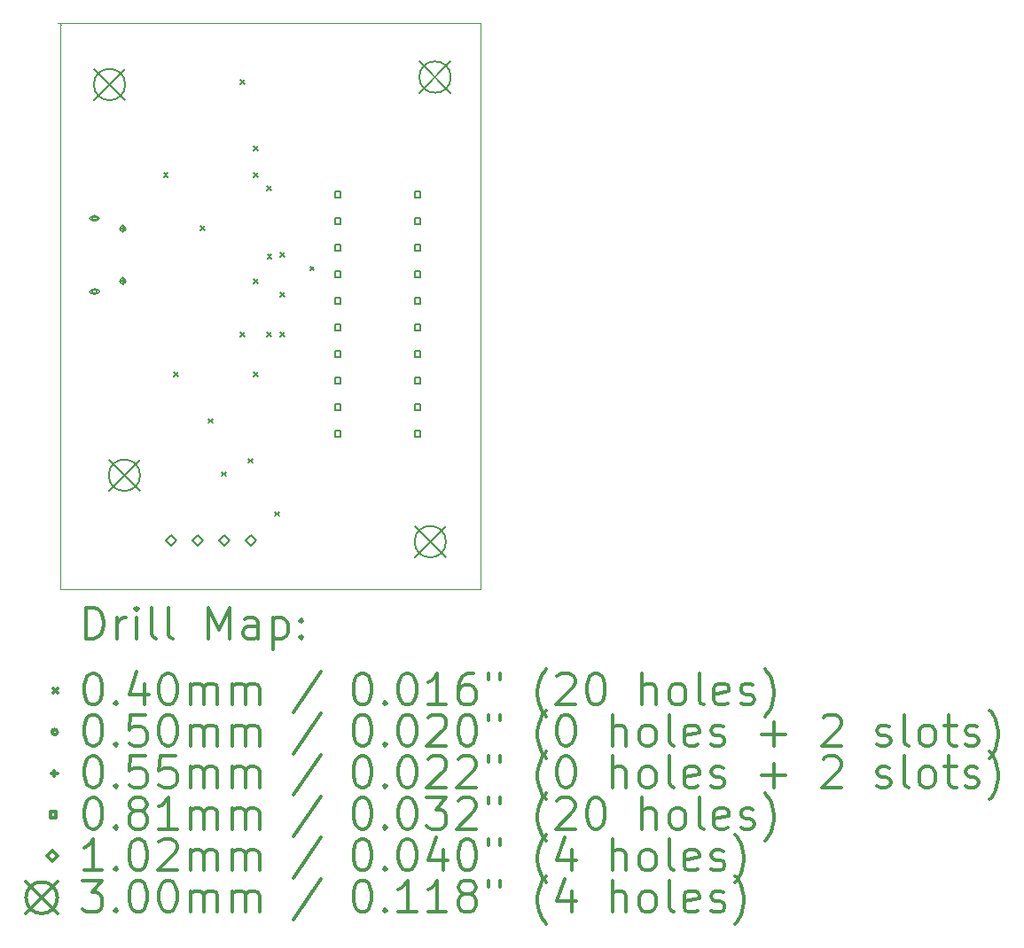
<source format=gbr>
%FSLAX45Y45*%
G04 Gerber Fmt 4.5, Leading zero omitted, Abs format (unit mm)*
G04 Created by KiCad (PCBNEW (2015-07-31 BZR 6030)-product) date Fri Sep 11 12:39:23 2015*
%MOMM*%
G01*
G04 APERTURE LIST*
%ADD10C,0.127000*%
%ADD11C,0.100000*%
%ADD12C,0.200000*%
%ADD13C,0.300000*%
G04 APERTURE END LIST*
D10*
D11*
X10322560Y-5796280D02*
X10332720Y-5806440D01*
X10322560Y-11201400D02*
X10322560Y-5796280D01*
X14340840Y-11201400D02*
X10322560Y-11201400D01*
X14340840Y-5786120D02*
X14340840Y-11201400D01*
X10302240Y-5786120D02*
X14340840Y-5786120D01*
D12*
X11312568Y-7219000D02*
X11352568Y-7259000D01*
X11352568Y-7219000D02*
X11312568Y-7259000D01*
X11410000Y-9124000D02*
X11450000Y-9164000D01*
X11450000Y-9124000D02*
X11410000Y-9164000D01*
X11664000Y-7727000D02*
X11704000Y-7767000D01*
X11704000Y-7727000D02*
X11664000Y-7767000D01*
X11742740Y-9568500D02*
X11782740Y-9608500D01*
X11782740Y-9568500D02*
X11742740Y-9608500D01*
X11869740Y-10076500D02*
X11909740Y-10116500D01*
X11909740Y-10076500D02*
X11869740Y-10116500D01*
X12045000Y-6330000D02*
X12085000Y-6370000D01*
X12085000Y-6330000D02*
X12045000Y-6370000D01*
X12045000Y-8743000D02*
X12085000Y-8783000D01*
X12085000Y-8743000D02*
X12045000Y-8783000D01*
X12123740Y-9949500D02*
X12163740Y-9989500D01*
X12163740Y-9949500D02*
X12123740Y-9989500D01*
X12172000Y-6965000D02*
X12212000Y-7005000D01*
X12212000Y-6965000D02*
X12172000Y-7005000D01*
X12172000Y-7219000D02*
X12212000Y-7259000D01*
X12212000Y-7219000D02*
X12172000Y-7259000D01*
X12172000Y-8235000D02*
X12212000Y-8275000D01*
X12212000Y-8235000D02*
X12172000Y-8275000D01*
X12172000Y-9124000D02*
X12212000Y-9164000D01*
X12212000Y-9124000D02*
X12172000Y-9164000D01*
X12299000Y-7346000D02*
X12339000Y-7386000D01*
X12339000Y-7346000D02*
X12299000Y-7386000D01*
X12299000Y-8743000D02*
X12339000Y-8783000D01*
X12339000Y-8743000D02*
X12299000Y-8783000D01*
X12304080Y-8001320D02*
X12344080Y-8041320D01*
X12344080Y-8001320D02*
X12304080Y-8041320D01*
X12377740Y-10457500D02*
X12417740Y-10497500D01*
X12417740Y-10457500D02*
X12377740Y-10497500D01*
X12426000Y-7981000D02*
X12466000Y-8021000D01*
X12466000Y-7981000D02*
X12426000Y-8021000D01*
X12426000Y-8362000D02*
X12466000Y-8402000D01*
X12466000Y-8362000D02*
X12426000Y-8402000D01*
X12426000Y-8743000D02*
X12466000Y-8783000D01*
X12466000Y-8743000D02*
X12426000Y-8783000D01*
X12710480Y-8113080D02*
X12750480Y-8153080D01*
X12750480Y-8113080D02*
X12710480Y-8153080D01*
X10677000Y-7654000D02*
G75*
G03X10677000Y-7654000I-25000J0D01*
G01*
X10619500Y-7669000D02*
X10684500Y-7669000D01*
X10619500Y-7639000D02*
X10684500Y-7639000D01*
X10684500Y-7669000D02*
G75*
G03X10684500Y-7639000I0J15000D01*
G01*
X10619500Y-7639000D02*
G75*
G03X10619500Y-7669000I0J-15000D01*
G01*
X10677000Y-8354000D02*
G75*
G03X10677000Y-8354000I-25000J0D01*
G01*
X10619500Y-8369000D02*
X10684500Y-8369000D01*
X10619500Y-8339000D02*
X10684500Y-8339000D01*
X10684500Y-8369000D02*
G75*
G03X10684500Y-8339000I0J15000D01*
G01*
X10619500Y-8339000D02*
G75*
G03X10619500Y-8369000I0J-15000D01*
G01*
X10922000Y-7726500D02*
X10922000Y-7781500D01*
X10894500Y-7754000D02*
X10949500Y-7754000D01*
X10904500Y-7739000D02*
X10904500Y-7769000D01*
X10939500Y-7739000D02*
X10939500Y-7769000D01*
X10904500Y-7769000D02*
G75*
G03X10939500Y-7769000I17500J0D01*
G01*
X10939500Y-7739000D02*
G75*
G03X10904500Y-7739000I-17500J0D01*
G01*
X10922000Y-8226500D02*
X10922000Y-8281500D01*
X10894500Y-8254000D02*
X10949500Y-8254000D01*
X10904500Y-8239000D02*
X10904500Y-8269000D01*
X10939500Y-8239000D02*
X10939500Y-8269000D01*
X10904500Y-8269000D02*
G75*
G03X10939500Y-8269000I17500J0D01*
G01*
X10939500Y-8239000D02*
G75*
G03X10904500Y-8239000I-17500J0D01*
G01*
X13003057Y-7455697D02*
X13003057Y-7398223D01*
X12945583Y-7398223D01*
X12945583Y-7455697D01*
X13003057Y-7455697D01*
X13003057Y-7709697D02*
X13003057Y-7652223D01*
X12945583Y-7652223D01*
X12945583Y-7709697D01*
X13003057Y-7709697D01*
X13003057Y-7963697D02*
X13003057Y-7906223D01*
X12945583Y-7906223D01*
X12945583Y-7963697D01*
X13003057Y-7963697D01*
X13003057Y-8217697D02*
X13003057Y-8160223D01*
X12945583Y-8160223D01*
X12945583Y-8217697D01*
X13003057Y-8217697D01*
X13003057Y-8471697D02*
X13003057Y-8414223D01*
X12945583Y-8414223D01*
X12945583Y-8471697D01*
X13003057Y-8471697D01*
X13003057Y-8725697D02*
X13003057Y-8668223D01*
X12945583Y-8668223D01*
X12945583Y-8725697D01*
X13003057Y-8725697D01*
X13003057Y-8979697D02*
X13003057Y-8922223D01*
X12945583Y-8922223D01*
X12945583Y-8979697D01*
X13003057Y-8979697D01*
X13003057Y-9233697D02*
X13003057Y-9176223D01*
X12945583Y-9176223D01*
X12945583Y-9233697D01*
X13003057Y-9233697D01*
X13003057Y-9487697D02*
X13003057Y-9430223D01*
X12945583Y-9430223D01*
X12945583Y-9487697D01*
X13003057Y-9487697D01*
X13003057Y-9741697D02*
X13003057Y-9684223D01*
X12945583Y-9684223D01*
X12945583Y-9741697D01*
X13003057Y-9741697D01*
X13765057Y-7455697D02*
X13765057Y-7398223D01*
X13707583Y-7398223D01*
X13707583Y-7455697D01*
X13765057Y-7455697D01*
X13765057Y-7709697D02*
X13765057Y-7652223D01*
X13707583Y-7652223D01*
X13707583Y-7709697D01*
X13765057Y-7709697D01*
X13765057Y-7963697D02*
X13765057Y-7906223D01*
X13707583Y-7906223D01*
X13707583Y-7963697D01*
X13765057Y-7963697D01*
X13765057Y-8217697D02*
X13765057Y-8160223D01*
X13707583Y-8160223D01*
X13707583Y-8217697D01*
X13765057Y-8217697D01*
X13765057Y-8471697D02*
X13765057Y-8414223D01*
X13707583Y-8414223D01*
X13707583Y-8471697D01*
X13765057Y-8471697D01*
X13765057Y-8725697D02*
X13765057Y-8668223D01*
X13707583Y-8668223D01*
X13707583Y-8725697D01*
X13765057Y-8725697D01*
X13765057Y-8979697D02*
X13765057Y-8922223D01*
X13707583Y-8922223D01*
X13707583Y-8979697D01*
X13765057Y-8979697D01*
X13765057Y-9233697D02*
X13765057Y-9176223D01*
X13707583Y-9176223D01*
X13707583Y-9233697D01*
X13765057Y-9233697D01*
X13765057Y-9487697D02*
X13765057Y-9430223D01*
X13707583Y-9430223D01*
X13707583Y-9487697D01*
X13765057Y-9487697D01*
X13765057Y-9741697D02*
X13765057Y-9684223D01*
X13707583Y-9684223D01*
X13707583Y-9741697D01*
X13765057Y-9741697D01*
X11381740Y-10782300D02*
X11432540Y-10731500D01*
X11381740Y-10680700D01*
X11330940Y-10731500D01*
X11381740Y-10782300D01*
X11635740Y-10782300D02*
X11686540Y-10731500D01*
X11635740Y-10680700D01*
X11584940Y-10731500D01*
X11635740Y-10782300D01*
X11889740Y-10782300D02*
X11940540Y-10731500D01*
X11889740Y-10680700D01*
X11838940Y-10731500D01*
X11889740Y-10782300D01*
X12143740Y-10782300D02*
X12194540Y-10731500D01*
X12143740Y-10680700D01*
X12092940Y-10731500D01*
X12143740Y-10782300D01*
X10645000Y-6225400D02*
X10945000Y-6525400D01*
X10945000Y-6225400D02*
X10645000Y-6525400D01*
X10945000Y-6375400D02*
G75*
G03X10945000Y-6375400I-150000J0D01*
G01*
X10787240Y-9959200D02*
X11087240Y-10259200D01*
X11087240Y-9959200D02*
X10787240Y-10259200D01*
X11087240Y-10109200D02*
G75*
G03X11087240Y-10109200I-150000J0D01*
G01*
X13708240Y-10594200D02*
X14008240Y-10894200D01*
X14008240Y-10594200D02*
X13708240Y-10894200D01*
X14008240Y-10744200D02*
G75*
G03X14008240Y-10744200I-150000J0D01*
G01*
X13753960Y-6154280D02*
X14053960Y-6454280D01*
X14053960Y-6154280D02*
X13753960Y-6454280D01*
X14053960Y-6304280D02*
G75*
G03X14053960Y-6304280I-150000J0D01*
G01*
D13*
X10568669Y-11672114D02*
X10568669Y-11372114D01*
X10640097Y-11372114D01*
X10682954Y-11386400D01*
X10711526Y-11414971D01*
X10725811Y-11443543D01*
X10740097Y-11500686D01*
X10740097Y-11543543D01*
X10725811Y-11600686D01*
X10711526Y-11629257D01*
X10682954Y-11657829D01*
X10640097Y-11672114D01*
X10568669Y-11672114D01*
X10868669Y-11672114D02*
X10868669Y-11472114D01*
X10868669Y-11529257D02*
X10882954Y-11500686D01*
X10897240Y-11486400D01*
X10925811Y-11472114D01*
X10954383Y-11472114D01*
X11054383Y-11672114D02*
X11054383Y-11472114D01*
X11054383Y-11372114D02*
X11040097Y-11386400D01*
X11054383Y-11400686D01*
X11068669Y-11386400D01*
X11054383Y-11372114D01*
X11054383Y-11400686D01*
X11240097Y-11672114D02*
X11211526Y-11657829D01*
X11197240Y-11629257D01*
X11197240Y-11372114D01*
X11397240Y-11672114D02*
X11368668Y-11657829D01*
X11354383Y-11629257D01*
X11354383Y-11372114D01*
X11740097Y-11672114D02*
X11740097Y-11372114D01*
X11840097Y-11586400D01*
X11940097Y-11372114D01*
X11940097Y-11672114D01*
X12211526Y-11672114D02*
X12211526Y-11514971D01*
X12197240Y-11486400D01*
X12168668Y-11472114D01*
X12111526Y-11472114D01*
X12082954Y-11486400D01*
X12211526Y-11657829D02*
X12182954Y-11672114D01*
X12111526Y-11672114D01*
X12082954Y-11657829D01*
X12068668Y-11629257D01*
X12068668Y-11600686D01*
X12082954Y-11572114D01*
X12111526Y-11557829D01*
X12182954Y-11557829D01*
X12211526Y-11543543D01*
X12354383Y-11472114D02*
X12354383Y-11772114D01*
X12354383Y-11486400D02*
X12382954Y-11472114D01*
X12440097Y-11472114D01*
X12468668Y-11486400D01*
X12482954Y-11500686D01*
X12497240Y-11529257D01*
X12497240Y-11614971D01*
X12482954Y-11643543D01*
X12468668Y-11657829D01*
X12440097Y-11672114D01*
X12382954Y-11672114D01*
X12354383Y-11657829D01*
X12625811Y-11643543D02*
X12640097Y-11657829D01*
X12625811Y-11672114D01*
X12611526Y-11657829D01*
X12625811Y-11643543D01*
X12625811Y-11672114D01*
X12625811Y-11486400D02*
X12640097Y-11500686D01*
X12625811Y-11514971D01*
X12611526Y-11500686D01*
X12625811Y-11486400D01*
X12625811Y-11514971D01*
X10257240Y-12146400D02*
X10297240Y-12186400D01*
X10297240Y-12146400D02*
X10257240Y-12186400D01*
X10625811Y-12002114D02*
X10654383Y-12002114D01*
X10682954Y-12016400D01*
X10697240Y-12030686D01*
X10711526Y-12059257D01*
X10725811Y-12116400D01*
X10725811Y-12187829D01*
X10711526Y-12244971D01*
X10697240Y-12273543D01*
X10682954Y-12287829D01*
X10654383Y-12302114D01*
X10625811Y-12302114D01*
X10597240Y-12287829D01*
X10582954Y-12273543D01*
X10568669Y-12244971D01*
X10554383Y-12187829D01*
X10554383Y-12116400D01*
X10568669Y-12059257D01*
X10582954Y-12030686D01*
X10597240Y-12016400D01*
X10625811Y-12002114D01*
X10854383Y-12273543D02*
X10868669Y-12287829D01*
X10854383Y-12302114D01*
X10840097Y-12287829D01*
X10854383Y-12273543D01*
X10854383Y-12302114D01*
X11125811Y-12102114D02*
X11125811Y-12302114D01*
X11054383Y-11987829D02*
X10982954Y-12202114D01*
X11168668Y-12202114D01*
X11340097Y-12002114D02*
X11368668Y-12002114D01*
X11397240Y-12016400D01*
X11411526Y-12030686D01*
X11425811Y-12059257D01*
X11440097Y-12116400D01*
X11440097Y-12187829D01*
X11425811Y-12244971D01*
X11411526Y-12273543D01*
X11397240Y-12287829D01*
X11368668Y-12302114D01*
X11340097Y-12302114D01*
X11311526Y-12287829D01*
X11297240Y-12273543D01*
X11282954Y-12244971D01*
X11268668Y-12187829D01*
X11268668Y-12116400D01*
X11282954Y-12059257D01*
X11297240Y-12030686D01*
X11311526Y-12016400D01*
X11340097Y-12002114D01*
X11568668Y-12302114D02*
X11568668Y-12102114D01*
X11568668Y-12130686D02*
X11582954Y-12116400D01*
X11611526Y-12102114D01*
X11654383Y-12102114D01*
X11682954Y-12116400D01*
X11697240Y-12144971D01*
X11697240Y-12302114D01*
X11697240Y-12144971D02*
X11711526Y-12116400D01*
X11740097Y-12102114D01*
X11782954Y-12102114D01*
X11811526Y-12116400D01*
X11825811Y-12144971D01*
X11825811Y-12302114D01*
X11968668Y-12302114D02*
X11968668Y-12102114D01*
X11968668Y-12130686D02*
X11982954Y-12116400D01*
X12011526Y-12102114D01*
X12054383Y-12102114D01*
X12082954Y-12116400D01*
X12097240Y-12144971D01*
X12097240Y-12302114D01*
X12097240Y-12144971D02*
X12111526Y-12116400D01*
X12140097Y-12102114D01*
X12182954Y-12102114D01*
X12211526Y-12116400D01*
X12225811Y-12144971D01*
X12225811Y-12302114D01*
X12811526Y-11987829D02*
X12554383Y-12373543D01*
X13197240Y-12002114D02*
X13225811Y-12002114D01*
X13254383Y-12016400D01*
X13268668Y-12030686D01*
X13282954Y-12059257D01*
X13297240Y-12116400D01*
X13297240Y-12187829D01*
X13282954Y-12244971D01*
X13268668Y-12273543D01*
X13254383Y-12287829D01*
X13225811Y-12302114D01*
X13197240Y-12302114D01*
X13168668Y-12287829D01*
X13154383Y-12273543D01*
X13140097Y-12244971D01*
X13125811Y-12187829D01*
X13125811Y-12116400D01*
X13140097Y-12059257D01*
X13154383Y-12030686D01*
X13168668Y-12016400D01*
X13197240Y-12002114D01*
X13425811Y-12273543D02*
X13440097Y-12287829D01*
X13425811Y-12302114D01*
X13411526Y-12287829D01*
X13425811Y-12273543D01*
X13425811Y-12302114D01*
X13625811Y-12002114D02*
X13654383Y-12002114D01*
X13682954Y-12016400D01*
X13697240Y-12030686D01*
X13711525Y-12059257D01*
X13725811Y-12116400D01*
X13725811Y-12187829D01*
X13711525Y-12244971D01*
X13697240Y-12273543D01*
X13682954Y-12287829D01*
X13654383Y-12302114D01*
X13625811Y-12302114D01*
X13597240Y-12287829D01*
X13582954Y-12273543D01*
X13568668Y-12244971D01*
X13554383Y-12187829D01*
X13554383Y-12116400D01*
X13568668Y-12059257D01*
X13582954Y-12030686D01*
X13597240Y-12016400D01*
X13625811Y-12002114D01*
X14011525Y-12302114D02*
X13840097Y-12302114D01*
X13925811Y-12302114D02*
X13925811Y-12002114D01*
X13897240Y-12044971D01*
X13868668Y-12073543D01*
X13840097Y-12087829D01*
X14268668Y-12002114D02*
X14211525Y-12002114D01*
X14182954Y-12016400D01*
X14168668Y-12030686D01*
X14140097Y-12073543D01*
X14125811Y-12130686D01*
X14125811Y-12244971D01*
X14140097Y-12273543D01*
X14154383Y-12287829D01*
X14182954Y-12302114D01*
X14240097Y-12302114D01*
X14268668Y-12287829D01*
X14282954Y-12273543D01*
X14297240Y-12244971D01*
X14297240Y-12173543D01*
X14282954Y-12144971D01*
X14268668Y-12130686D01*
X14240097Y-12116400D01*
X14182954Y-12116400D01*
X14154383Y-12130686D01*
X14140097Y-12144971D01*
X14125811Y-12173543D01*
X14411526Y-12002114D02*
X14411526Y-12059257D01*
X14525811Y-12002114D02*
X14525811Y-12059257D01*
X14968668Y-12416400D02*
X14954383Y-12402114D01*
X14925811Y-12359257D01*
X14911525Y-12330686D01*
X14897240Y-12287829D01*
X14882954Y-12216400D01*
X14882954Y-12159257D01*
X14897240Y-12087829D01*
X14911525Y-12044971D01*
X14925811Y-12016400D01*
X14954383Y-11973543D01*
X14968668Y-11959257D01*
X15068668Y-12030686D02*
X15082954Y-12016400D01*
X15111525Y-12002114D01*
X15182954Y-12002114D01*
X15211525Y-12016400D01*
X15225811Y-12030686D01*
X15240097Y-12059257D01*
X15240097Y-12087829D01*
X15225811Y-12130686D01*
X15054383Y-12302114D01*
X15240097Y-12302114D01*
X15425811Y-12002114D02*
X15454383Y-12002114D01*
X15482954Y-12016400D01*
X15497240Y-12030686D01*
X15511525Y-12059257D01*
X15525811Y-12116400D01*
X15525811Y-12187829D01*
X15511525Y-12244971D01*
X15497240Y-12273543D01*
X15482954Y-12287829D01*
X15454383Y-12302114D01*
X15425811Y-12302114D01*
X15397240Y-12287829D01*
X15382954Y-12273543D01*
X15368668Y-12244971D01*
X15354383Y-12187829D01*
X15354383Y-12116400D01*
X15368668Y-12059257D01*
X15382954Y-12030686D01*
X15397240Y-12016400D01*
X15425811Y-12002114D01*
X15882954Y-12302114D02*
X15882954Y-12002114D01*
X16011525Y-12302114D02*
X16011525Y-12144971D01*
X15997240Y-12116400D01*
X15968668Y-12102114D01*
X15925811Y-12102114D01*
X15897240Y-12116400D01*
X15882954Y-12130686D01*
X16197240Y-12302114D02*
X16168668Y-12287829D01*
X16154383Y-12273543D01*
X16140097Y-12244971D01*
X16140097Y-12159257D01*
X16154383Y-12130686D01*
X16168668Y-12116400D01*
X16197240Y-12102114D01*
X16240097Y-12102114D01*
X16268668Y-12116400D01*
X16282954Y-12130686D01*
X16297240Y-12159257D01*
X16297240Y-12244971D01*
X16282954Y-12273543D01*
X16268668Y-12287829D01*
X16240097Y-12302114D01*
X16197240Y-12302114D01*
X16468668Y-12302114D02*
X16440097Y-12287829D01*
X16425811Y-12259257D01*
X16425811Y-12002114D01*
X16697240Y-12287829D02*
X16668668Y-12302114D01*
X16611526Y-12302114D01*
X16582954Y-12287829D01*
X16568668Y-12259257D01*
X16568668Y-12144971D01*
X16582954Y-12116400D01*
X16611526Y-12102114D01*
X16668668Y-12102114D01*
X16697240Y-12116400D01*
X16711526Y-12144971D01*
X16711526Y-12173543D01*
X16568668Y-12202114D01*
X16825811Y-12287829D02*
X16854383Y-12302114D01*
X16911526Y-12302114D01*
X16940097Y-12287829D01*
X16954383Y-12259257D01*
X16954383Y-12244971D01*
X16940097Y-12216400D01*
X16911526Y-12202114D01*
X16868669Y-12202114D01*
X16840097Y-12187829D01*
X16825811Y-12159257D01*
X16825811Y-12144971D01*
X16840097Y-12116400D01*
X16868669Y-12102114D01*
X16911526Y-12102114D01*
X16940097Y-12116400D01*
X17054383Y-12416400D02*
X17068669Y-12402114D01*
X17097240Y-12359257D01*
X17111526Y-12330686D01*
X17125811Y-12287829D01*
X17140097Y-12216400D01*
X17140097Y-12159257D01*
X17125811Y-12087829D01*
X17111526Y-12044971D01*
X17097240Y-12016400D01*
X17068669Y-11973543D01*
X17054383Y-11959257D01*
X10297240Y-12562400D02*
G75*
G03X10297240Y-12562400I-25000J0D01*
G01*
X10625811Y-12398114D02*
X10654383Y-12398114D01*
X10682954Y-12412400D01*
X10697240Y-12426686D01*
X10711526Y-12455257D01*
X10725811Y-12512400D01*
X10725811Y-12583829D01*
X10711526Y-12640971D01*
X10697240Y-12669543D01*
X10682954Y-12683829D01*
X10654383Y-12698114D01*
X10625811Y-12698114D01*
X10597240Y-12683829D01*
X10582954Y-12669543D01*
X10568669Y-12640971D01*
X10554383Y-12583829D01*
X10554383Y-12512400D01*
X10568669Y-12455257D01*
X10582954Y-12426686D01*
X10597240Y-12412400D01*
X10625811Y-12398114D01*
X10854383Y-12669543D02*
X10868669Y-12683829D01*
X10854383Y-12698114D01*
X10840097Y-12683829D01*
X10854383Y-12669543D01*
X10854383Y-12698114D01*
X11140097Y-12398114D02*
X10997240Y-12398114D01*
X10982954Y-12540971D01*
X10997240Y-12526686D01*
X11025811Y-12512400D01*
X11097240Y-12512400D01*
X11125811Y-12526686D01*
X11140097Y-12540971D01*
X11154383Y-12569543D01*
X11154383Y-12640971D01*
X11140097Y-12669543D01*
X11125811Y-12683829D01*
X11097240Y-12698114D01*
X11025811Y-12698114D01*
X10997240Y-12683829D01*
X10982954Y-12669543D01*
X11340097Y-12398114D02*
X11368668Y-12398114D01*
X11397240Y-12412400D01*
X11411526Y-12426686D01*
X11425811Y-12455257D01*
X11440097Y-12512400D01*
X11440097Y-12583829D01*
X11425811Y-12640971D01*
X11411526Y-12669543D01*
X11397240Y-12683829D01*
X11368668Y-12698114D01*
X11340097Y-12698114D01*
X11311526Y-12683829D01*
X11297240Y-12669543D01*
X11282954Y-12640971D01*
X11268668Y-12583829D01*
X11268668Y-12512400D01*
X11282954Y-12455257D01*
X11297240Y-12426686D01*
X11311526Y-12412400D01*
X11340097Y-12398114D01*
X11568668Y-12698114D02*
X11568668Y-12498114D01*
X11568668Y-12526686D02*
X11582954Y-12512400D01*
X11611526Y-12498114D01*
X11654383Y-12498114D01*
X11682954Y-12512400D01*
X11697240Y-12540971D01*
X11697240Y-12698114D01*
X11697240Y-12540971D02*
X11711526Y-12512400D01*
X11740097Y-12498114D01*
X11782954Y-12498114D01*
X11811526Y-12512400D01*
X11825811Y-12540971D01*
X11825811Y-12698114D01*
X11968668Y-12698114D02*
X11968668Y-12498114D01*
X11968668Y-12526686D02*
X11982954Y-12512400D01*
X12011526Y-12498114D01*
X12054383Y-12498114D01*
X12082954Y-12512400D01*
X12097240Y-12540971D01*
X12097240Y-12698114D01*
X12097240Y-12540971D02*
X12111526Y-12512400D01*
X12140097Y-12498114D01*
X12182954Y-12498114D01*
X12211526Y-12512400D01*
X12225811Y-12540971D01*
X12225811Y-12698114D01*
X12811526Y-12383829D02*
X12554383Y-12769543D01*
X13197240Y-12398114D02*
X13225811Y-12398114D01*
X13254383Y-12412400D01*
X13268668Y-12426686D01*
X13282954Y-12455257D01*
X13297240Y-12512400D01*
X13297240Y-12583829D01*
X13282954Y-12640971D01*
X13268668Y-12669543D01*
X13254383Y-12683829D01*
X13225811Y-12698114D01*
X13197240Y-12698114D01*
X13168668Y-12683829D01*
X13154383Y-12669543D01*
X13140097Y-12640971D01*
X13125811Y-12583829D01*
X13125811Y-12512400D01*
X13140097Y-12455257D01*
X13154383Y-12426686D01*
X13168668Y-12412400D01*
X13197240Y-12398114D01*
X13425811Y-12669543D02*
X13440097Y-12683829D01*
X13425811Y-12698114D01*
X13411526Y-12683829D01*
X13425811Y-12669543D01*
X13425811Y-12698114D01*
X13625811Y-12398114D02*
X13654383Y-12398114D01*
X13682954Y-12412400D01*
X13697240Y-12426686D01*
X13711525Y-12455257D01*
X13725811Y-12512400D01*
X13725811Y-12583829D01*
X13711525Y-12640971D01*
X13697240Y-12669543D01*
X13682954Y-12683829D01*
X13654383Y-12698114D01*
X13625811Y-12698114D01*
X13597240Y-12683829D01*
X13582954Y-12669543D01*
X13568668Y-12640971D01*
X13554383Y-12583829D01*
X13554383Y-12512400D01*
X13568668Y-12455257D01*
X13582954Y-12426686D01*
X13597240Y-12412400D01*
X13625811Y-12398114D01*
X13840097Y-12426686D02*
X13854383Y-12412400D01*
X13882954Y-12398114D01*
X13954383Y-12398114D01*
X13982954Y-12412400D01*
X13997240Y-12426686D01*
X14011525Y-12455257D01*
X14011525Y-12483829D01*
X13997240Y-12526686D01*
X13825811Y-12698114D01*
X14011525Y-12698114D01*
X14197240Y-12398114D02*
X14225811Y-12398114D01*
X14254383Y-12412400D01*
X14268668Y-12426686D01*
X14282954Y-12455257D01*
X14297240Y-12512400D01*
X14297240Y-12583829D01*
X14282954Y-12640971D01*
X14268668Y-12669543D01*
X14254383Y-12683829D01*
X14225811Y-12698114D01*
X14197240Y-12698114D01*
X14168668Y-12683829D01*
X14154383Y-12669543D01*
X14140097Y-12640971D01*
X14125811Y-12583829D01*
X14125811Y-12512400D01*
X14140097Y-12455257D01*
X14154383Y-12426686D01*
X14168668Y-12412400D01*
X14197240Y-12398114D01*
X14411526Y-12398114D02*
X14411526Y-12455257D01*
X14525811Y-12398114D02*
X14525811Y-12455257D01*
X14968668Y-12812400D02*
X14954383Y-12798114D01*
X14925811Y-12755257D01*
X14911525Y-12726686D01*
X14897240Y-12683829D01*
X14882954Y-12612400D01*
X14882954Y-12555257D01*
X14897240Y-12483829D01*
X14911525Y-12440971D01*
X14925811Y-12412400D01*
X14954383Y-12369543D01*
X14968668Y-12355257D01*
X15140097Y-12398114D02*
X15168668Y-12398114D01*
X15197240Y-12412400D01*
X15211525Y-12426686D01*
X15225811Y-12455257D01*
X15240097Y-12512400D01*
X15240097Y-12583829D01*
X15225811Y-12640971D01*
X15211525Y-12669543D01*
X15197240Y-12683829D01*
X15168668Y-12698114D01*
X15140097Y-12698114D01*
X15111525Y-12683829D01*
X15097240Y-12669543D01*
X15082954Y-12640971D01*
X15068668Y-12583829D01*
X15068668Y-12512400D01*
X15082954Y-12455257D01*
X15097240Y-12426686D01*
X15111525Y-12412400D01*
X15140097Y-12398114D01*
X15597240Y-12698114D02*
X15597240Y-12398114D01*
X15725811Y-12698114D02*
X15725811Y-12540971D01*
X15711525Y-12512400D01*
X15682954Y-12498114D01*
X15640097Y-12498114D01*
X15611525Y-12512400D01*
X15597240Y-12526686D01*
X15911525Y-12698114D02*
X15882954Y-12683829D01*
X15868668Y-12669543D01*
X15854383Y-12640971D01*
X15854383Y-12555257D01*
X15868668Y-12526686D01*
X15882954Y-12512400D01*
X15911525Y-12498114D01*
X15954383Y-12498114D01*
X15982954Y-12512400D01*
X15997240Y-12526686D01*
X16011525Y-12555257D01*
X16011525Y-12640971D01*
X15997240Y-12669543D01*
X15982954Y-12683829D01*
X15954383Y-12698114D01*
X15911525Y-12698114D01*
X16182954Y-12698114D02*
X16154383Y-12683829D01*
X16140097Y-12655257D01*
X16140097Y-12398114D01*
X16411526Y-12683829D02*
X16382954Y-12698114D01*
X16325811Y-12698114D01*
X16297240Y-12683829D01*
X16282954Y-12655257D01*
X16282954Y-12540971D01*
X16297240Y-12512400D01*
X16325811Y-12498114D01*
X16382954Y-12498114D01*
X16411526Y-12512400D01*
X16425811Y-12540971D01*
X16425811Y-12569543D01*
X16282954Y-12598114D01*
X16540097Y-12683829D02*
X16568668Y-12698114D01*
X16625811Y-12698114D01*
X16654383Y-12683829D01*
X16668668Y-12655257D01*
X16668668Y-12640971D01*
X16654383Y-12612400D01*
X16625811Y-12598114D01*
X16582954Y-12598114D01*
X16554383Y-12583829D01*
X16540097Y-12555257D01*
X16540097Y-12540971D01*
X16554383Y-12512400D01*
X16582954Y-12498114D01*
X16625811Y-12498114D01*
X16654383Y-12512400D01*
X17025811Y-12583829D02*
X17254383Y-12583829D01*
X17140097Y-12698114D02*
X17140097Y-12469543D01*
X17611526Y-12426686D02*
X17625811Y-12412400D01*
X17654383Y-12398114D01*
X17725811Y-12398114D01*
X17754383Y-12412400D01*
X17768668Y-12426686D01*
X17782954Y-12455257D01*
X17782954Y-12483829D01*
X17768668Y-12526686D01*
X17597240Y-12698114D01*
X17782954Y-12698114D01*
X18125811Y-12683829D02*
X18154383Y-12698114D01*
X18211526Y-12698114D01*
X18240097Y-12683829D01*
X18254383Y-12655257D01*
X18254383Y-12640971D01*
X18240097Y-12612400D01*
X18211526Y-12598114D01*
X18168668Y-12598114D01*
X18140097Y-12583829D01*
X18125811Y-12555257D01*
X18125811Y-12540971D01*
X18140097Y-12512400D01*
X18168668Y-12498114D01*
X18211526Y-12498114D01*
X18240097Y-12512400D01*
X18425811Y-12698114D02*
X18397240Y-12683829D01*
X18382954Y-12655257D01*
X18382954Y-12398114D01*
X18582954Y-12698114D02*
X18554383Y-12683829D01*
X18540097Y-12669543D01*
X18525811Y-12640971D01*
X18525811Y-12555257D01*
X18540097Y-12526686D01*
X18554383Y-12512400D01*
X18582954Y-12498114D01*
X18625811Y-12498114D01*
X18654383Y-12512400D01*
X18668668Y-12526686D01*
X18682954Y-12555257D01*
X18682954Y-12640971D01*
X18668668Y-12669543D01*
X18654383Y-12683829D01*
X18625811Y-12698114D01*
X18582954Y-12698114D01*
X18768668Y-12498114D02*
X18882954Y-12498114D01*
X18811526Y-12398114D02*
X18811526Y-12655257D01*
X18825811Y-12683829D01*
X18854383Y-12698114D01*
X18882954Y-12698114D01*
X18968669Y-12683829D02*
X18997240Y-12698114D01*
X19054383Y-12698114D01*
X19082954Y-12683829D01*
X19097240Y-12655257D01*
X19097240Y-12640971D01*
X19082954Y-12612400D01*
X19054383Y-12598114D01*
X19011526Y-12598114D01*
X18982954Y-12583829D01*
X18968669Y-12555257D01*
X18968669Y-12540971D01*
X18982954Y-12512400D01*
X19011526Y-12498114D01*
X19054383Y-12498114D01*
X19082954Y-12512400D01*
X19197240Y-12812400D02*
X19211526Y-12798114D01*
X19240097Y-12755257D01*
X19254383Y-12726686D01*
X19268668Y-12683829D01*
X19282954Y-12612400D01*
X19282954Y-12555257D01*
X19268668Y-12483829D01*
X19254383Y-12440971D01*
X19240097Y-12412400D01*
X19211526Y-12369543D01*
X19197240Y-12355257D01*
X10269740Y-12930900D02*
X10269740Y-12985900D01*
X10242240Y-12958400D02*
X10297240Y-12958400D01*
X10625811Y-12794114D02*
X10654383Y-12794114D01*
X10682954Y-12808400D01*
X10697240Y-12822686D01*
X10711526Y-12851257D01*
X10725811Y-12908400D01*
X10725811Y-12979829D01*
X10711526Y-13036971D01*
X10697240Y-13065543D01*
X10682954Y-13079829D01*
X10654383Y-13094114D01*
X10625811Y-13094114D01*
X10597240Y-13079829D01*
X10582954Y-13065543D01*
X10568669Y-13036971D01*
X10554383Y-12979829D01*
X10554383Y-12908400D01*
X10568669Y-12851257D01*
X10582954Y-12822686D01*
X10597240Y-12808400D01*
X10625811Y-12794114D01*
X10854383Y-13065543D02*
X10868669Y-13079829D01*
X10854383Y-13094114D01*
X10840097Y-13079829D01*
X10854383Y-13065543D01*
X10854383Y-13094114D01*
X11140097Y-12794114D02*
X10997240Y-12794114D01*
X10982954Y-12936971D01*
X10997240Y-12922686D01*
X11025811Y-12908400D01*
X11097240Y-12908400D01*
X11125811Y-12922686D01*
X11140097Y-12936971D01*
X11154383Y-12965543D01*
X11154383Y-13036971D01*
X11140097Y-13065543D01*
X11125811Y-13079829D01*
X11097240Y-13094114D01*
X11025811Y-13094114D01*
X10997240Y-13079829D01*
X10982954Y-13065543D01*
X11425811Y-12794114D02*
X11282954Y-12794114D01*
X11268668Y-12936971D01*
X11282954Y-12922686D01*
X11311526Y-12908400D01*
X11382954Y-12908400D01*
X11411526Y-12922686D01*
X11425811Y-12936971D01*
X11440097Y-12965543D01*
X11440097Y-13036971D01*
X11425811Y-13065543D01*
X11411526Y-13079829D01*
X11382954Y-13094114D01*
X11311526Y-13094114D01*
X11282954Y-13079829D01*
X11268668Y-13065543D01*
X11568668Y-13094114D02*
X11568668Y-12894114D01*
X11568668Y-12922686D02*
X11582954Y-12908400D01*
X11611526Y-12894114D01*
X11654383Y-12894114D01*
X11682954Y-12908400D01*
X11697240Y-12936971D01*
X11697240Y-13094114D01*
X11697240Y-12936971D02*
X11711526Y-12908400D01*
X11740097Y-12894114D01*
X11782954Y-12894114D01*
X11811526Y-12908400D01*
X11825811Y-12936971D01*
X11825811Y-13094114D01*
X11968668Y-13094114D02*
X11968668Y-12894114D01*
X11968668Y-12922686D02*
X11982954Y-12908400D01*
X12011526Y-12894114D01*
X12054383Y-12894114D01*
X12082954Y-12908400D01*
X12097240Y-12936971D01*
X12097240Y-13094114D01*
X12097240Y-12936971D02*
X12111526Y-12908400D01*
X12140097Y-12894114D01*
X12182954Y-12894114D01*
X12211526Y-12908400D01*
X12225811Y-12936971D01*
X12225811Y-13094114D01*
X12811526Y-12779829D02*
X12554383Y-13165543D01*
X13197240Y-12794114D02*
X13225811Y-12794114D01*
X13254383Y-12808400D01*
X13268668Y-12822686D01*
X13282954Y-12851257D01*
X13297240Y-12908400D01*
X13297240Y-12979829D01*
X13282954Y-13036971D01*
X13268668Y-13065543D01*
X13254383Y-13079829D01*
X13225811Y-13094114D01*
X13197240Y-13094114D01*
X13168668Y-13079829D01*
X13154383Y-13065543D01*
X13140097Y-13036971D01*
X13125811Y-12979829D01*
X13125811Y-12908400D01*
X13140097Y-12851257D01*
X13154383Y-12822686D01*
X13168668Y-12808400D01*
X13197240Y-12794114D01*
X13425811Y-13065543D02*
X13440097Y-13079829D01*
X13425811Y-13094114D01*
X13411526Y-13079829D01*
X13425811Y-13065543D01*
X13425811Y-13094114D01*
X13625811Y-12794114D02*
X13654383Y-12794114D01*
X13682954Y-12808400D01*
X13697240Y-12822686D01*
X13711525Y-12851257D01*
X13725811Y-12908400D01*
X13725811Y-12979829D01*
X13711525Y-13036971D01*
X13697240Y-13065543D01*
X13682954Y-13079829D01*
X13654383Y-13094114D01*
X13625811Y-13094114D01*
X13597240Y-13079829D01*
X13582954Y-13065543D01*
X13568668Y-13036971D01*
X13554383Y-12979829D01*
X13554383Y-12908400D01*
X13568668Y-12851257D01*
X13582954Y-12822686D01*
X13597240Y-12808400D01*
X13625811Y-12794114D01*
X13840097Y-12822686D02*
X13854383Y-12808400D01*
X13882954Y-12794114D01*
X13954383Y-12794114D01*
X13982954Y-12808400D01*
X13997240Y-12822686D01*
X14011525Y-12851257D01*
X14011525Y-12879829D01*
X13997240Y-12922686D01*
X13825811Y-13094114D01*
X14011525Y-13094114D01*
X14125811Y-12822686D02*
X14140097Y-12808400D01*
X14168668Y-12794114D01*
X14240097Y-12794114D01*
X14268668Y-12808400D01*
X14282954Y-12822686D01*
X14297240Y-12851257D01*
X14297240Y-12879829D01*
X14282954Y-12922686D01*
X14111525Y-13094114D01*
X14297240Y-13094114D01*
X14411526Y-12794114D02*
X14411526Y-12851257D01*
X14525811Y-12794114D02*
X14525811Y-12851257D01*
X14968668Y-13208400D02*
X14954383Y-13194114D01*
X14925811Y-13151257D01*
X14911525Y-13122686D01*
X14897240Y-13079829D01*
X14882954Y-13008400D01*
X14882954Y-12951257D01*
X14897240Y-12879829D01*
X14911525Y-12836971D01*
X14925811Y-12808400D01*
X14954383Y-12765543D01*
X14968668Y-12751257D01*
X15140097Y-12794114D02*
X15168668Y-12794114D01*
X15197240Y-12808400D01*
X15211525Y-12822686D01*
X15225811Y-12851257D01*
X15240097Y-12908400D01*
X15240097Y-12979829D01*
X15225811Y-13036971D01*
X15211525Y-13065543D01*
X15197240Y-13079829D01*
X15168668Y-13094114D01*
X15140097Y-13094114D01*
X15111525Y-13079829D01*
X15097240Y-13065543D01*
X15082954Y-13036971D01*
X15068668Y-12979829D01*
X15068668Y-12908400D01*
X15082954Y-12851257D01*
X15097240Y-12822686D01*
X15111525Y-12808400D01*
X15140097Y-12794114D01*
X15597240Y-13094114D02*
X15597240Y-12794114D01*
X15725811Y-13094114D02*
X15725811Y-12936971D01*
X15711525Y-12908400D01*
X15682954Y-12894114D01*
X15640097Y-12894114D01*
X15611525Y-12908400D01*
X15597240Y-12922686D01*
X15911525Y-13094114D02*
X15882954Y-13079829D01*
X15868668Y-13065543D01*
X15854383Y-13036971D01*
X15854383Y-12951257D01*
X15868668Y-12922686D01*
X15882954Y-12908400D01*
X15911525Y-12894114D01*
X15954383Y-12894114D01*
X15982954Y-12908400D01*
X15997240Y-12922686D01*
X16011525Y-12951257D01*
X16011525Y-13036971D01*
X15997240Y-13065543D01*
X15982954Y-13079829D01*
X15954383Y-13094114D01*
X15911525Y-13094114D01*
X16182954Y-13094114D02*
X16154383Y-13079829D01*
X16140097Y-13051257D01*
X16140097Y-12794114D01*
X16411526Y-13079829D02*
X16382954Y-13094114D01*
X16325811Y-13094114D01*
X16297240Y-13079829D01*
X16282954Y-13051257D01*
X16282954Y-12936971D01*
X16297240Y-12908400D01*
X16325811Y-12894114D01*
X16382954Y-12894114D01*
X16411526Y-12908400D01*
X16425811Y-12936971D01*
X16425811Y-12965543D01*
X16282954Y-12994114D01*
X16540097Y-13079829D02*
X16568668Y-13094114D01*
X16625811Y-13094114D01*
X16654383Y-13079829D01*
X16668668Y-13051257D01*
X16668668Y-13036971D01*
X16654383Y-13008400D01*
X16625811Y-12994114D01*
X16582954Y-12994114D01*
X16554383Y-12979829D01*
X16540097Y-12951257D01*
X16540097Y-12936971D01*
X16554383Y-12908400D01*
X16582954Y-12894114D01*
X16625811Y-12894114D01*
X16654383Y-12908400D01*
X17025811Y-12979829D02*
X17254383Y-12979829D01*
X17140097Y-13094114D02*
X17140097Y-12865543D01*
X17611526Y-12822686D02*
X17625811Y-12808400D01*
X17654383Y-12794114D01*
X17725811Y-12794114D01*
X17754383Y-12808400D01*
X17768668Y-12822686D01*
X17782954Y-12851257D01*
X17782954Y-12879829D01*
X17768668Y-12922686D01*
X17597240Y-13094114D01*
X17782954Y-13094114D01*
X18125811Y-13079829D02*
X18154383Y-13094114D01*
X18211526Y-13094114D01*
X18240097Y-13079829D01*
X18254383Y-13051257D01*
X18254383Y-13036971D01*
X18240097Y-13008400D01*
X18211526Y-12994114D01*
X18168668Y-12994114D01*
X18140097Y-12979829D01*
X18125811Y-12951257D01*
X18125811Y-12936971D01*
X18140097Y-12908400D01*
X18168668Y-12894114D01*
X18211526Y-12894114D01*
X18240097Y-12908400D01*
X18425811Y-13094114D02*
X18397240Y-13079829D01*
X18382954Y-13051257D01*
X18382954Y-12794114D01*
X18582954Y-13094114D02*
X18554383Y-13079829D01*
X18540097Y-13065543D01*
X18525811Y-13036971D01*
X18525811Y-12951257D01*
X18540097Y-12922686D01*
X18554383Y-12908400D01*
X18582954Y-12894114D01*
X18625811Y-12894114D01*
X18654383Y-12908400D01*
X18668668Y-12922686D01*
X18682954Y-12951257D01*
X18682954Y-13036971D01*
X18668668Y-13065543D01*
X18654383Y-13079829D01*
X18625811Y-13094114D01*
X18582954Y-13094114D01*
X18768668Y-12894114D02*
X18882954Y-12894114D01*
X18811526Y-12794114D02*
X18811526Y-13051257D01*
X18825811Y-13079829D01*
X18854383Y-13094114D01*
X18882954Y-13094114D01*
X18968669Y-13079829D02*
X18997240Y-13094114D01*
X19054383Y-13094114D01*
X19082954Y-13079829D01*
X19097240Y-13051257D01*
X19097240Y-13036971D01*
X19082954Y-13008400D01*
X19054383Y-12994114D01*
X19011526Y-12994114D01*
X18982954Y-12979829D01*
X18968669Y-12951257D01*
X18968669Y-12936971D01*
X18982954Y-12908400D01*
X19011526Y-12894114D01*
X19054383Y-12894114D01*
X19082954Y-12908400D01*
X19197240Y-13208400D02*
X19211526Y-13194114D01*
X19240097Y-13151257D01*
X19254383Y-13122686D01*
X19268668Y-13079829D01*
X19282954Y-13008400D01*
X19282954Y-12951257D01*
X19268668Y-12879829D01*
X19254383Y-12836971D01*
X19240097Y-12808400D01*
X19211526Y-12765543D01*
X19197240Y-12751257D01*
X10285337Y-13383137D02*
X10285337Y-13325663D01*
X10227863Y-13325663D01*
X10227863Y-13383137D01*
X10285337Y-13383137D01*
X10625811Y-13190114D02*
X10654383Y-13190114D01*
X10682954Y-13204400D01*
X10697240Y-13218686D01*
X10711526Y-13247257D01*
X10725811Y-13304400D01*
X10725811Y-13375829D01*
X10711526Y-13432971D01*
X10697240Y-13461543D01*
X10682954Y-13475829D01*
X10654383Y-13490114D01*
X10625811Y-13490114D01*
X10597240Y-13475829D01*
X10582954Y-13461543D01*
X10568669Y-13432971D01*
X10554383Y-13375829D01*
X10554383Y-13304400D01*
X10568669Y-13247257D01*
X10582954Y-13218686D01*
X10597240Y-13204400D01*
X10625811Y-13190114D01*
X10854383Y-13461543D02*
X10868669Y-13475829D01*
X10854383Y-13490114D01*
X10840097Y-13475829D01*
X10854383Y-13461543D01*
X10854383Y-13490114D01*
X11040097Y-13318686D02*
X11011526Y-13304400D01*
X10997240Y-13290114D01*
X10982954Y-13261543D01*
X10982954Y-13247257D01*
X10997240Y-13218686D01*
X11011526Y-13204400D01*
X11040097Y-13190114D01*
X11097240Y-13190114D01*
X11125811Y-13204400D01*
X11140097Y-13218686D01*
X11154383Y-13247257D01*
X11154383Y-13261543D01*
X11140097Y-13290114D01*
X11125811Y-13304400D01*
X11097240Y-13318686D01*
X11040097Y-13318686D01*
X11011526Y-13332971D01*
X10997240Y-13347257D01*
X10982954Y-13375829D01*
X10982954Y-13432971D01*
X10997240Y-13461543D01*
X11011526Y-13475829D01*
X11040097Y-13490114D01*
X11097240Y-13490114D01*
X11125811Y-13475829D01*
X11140097Y-13461543D01*
X11154383Y-13432971D01*
X11154383Y-13375829D01*
X11140097Y-13347257D01*
X11125811Y-13332971D01*
X11097240Y-13318686D01*
X11440097Y-13490114D02*
X11268668Y-13490114D01*
X11354383Y-13490114D02*
X11354383Y-13190114D01*
X11325811Y-13232971D01*
X11297240Y-13261543D01*
X11268668Y-13275829D01*
X11568668Y-13490114D02*
X11568668Y-13290114D01*
X11568668Y-13318686D02*
X11582954Y-13304400D01*
X11611526Y-13290114D01*
X11654383Y-13290114D01*
X11682954Y-13304400D01*
X11697240Y-13332971D01*
X11697240Y-13490114D01*
X11697240Y-13332971D02*
X11711526Y-13304400D01*
X11740097Y-13290114D01*
X11782954Y-13290114D01*
X11811526Y-13304400D01*
X11825811Y-13332971D01*
X11825811Y-13490114D01*
X11968668Y-13490114D02*
X11968668Y-13290114D01*
X11968668Y-13318686D02*
X11982954Y-13304400D01*
X12011526Y-13290114D01*
X12054383Y-13290114D01*
X12082954Y-13304400D01*
X12097240Y-13332971D01*
X12097240Y-13490114D01*
X12097240Y-13332971D02*
X12111526Y-13304400D01*
X12140097Y-13290114D01*
X12182954Y-13290114D01*
X12211526Y-13304400D01*
X12225811Y-13332971D01*
X12225811Y-13490114D01*
X12811526Y-13175829D02*
X12554383Y-13561543D01*
X13197240Y-13190114D02*
X13225811Y-13190114D01*
X13254383Y-13204400D01*
X13268668Y-13218686D01*
X13282954Y-13247257D01*
X13297240Y-13304400D01*
X13297240Y-13375829D01*
X13282954Y-13432971D01*
X13268668Y-13461543D01*
X13254383Y-13475829D01*
X13225811Y-13490114D01*
X13197240Y-13490114D01*
X13168668Y-13475829D01*
X13154383Y-13461543D01*
X13140097Y-13432971D01*
X13125811Y-13375829D01*
X13125811Y-13304400D01*
X13140097Y-13247257D01*
X13154383Y-13218686D01*
X13168668Y-13204400D01*
X13197240Y-13190114D01*
X13425811Y-13461543D02*
X13440097Y-13475829D01*
X13425811Y-13490114D01*
X13411526Y-13475829D01*
X13425811Y-13461543D01*
X13425811Y-13490114D01*
X13625811Y-13190114D02*
X13654383Y-13190114D01*
X13682954Y-13204400D01*
X13697240Y-13218686D01*
X13711525Y-13247257D01*
X13725811Y-13304400D01*
X13725811Y-13375829D01*
X13711525Y-13432971D01*
X13697240Y-13461543D01*
X13682954Y-13475829D01*
X13654383Y-13490114D01*
X13625811Y-13490114D01*
X13597240Y-13475829D01*
X13582954Y-13461543D01*
X13568668Y-13432971D01*
X13554383Y-13375829D01*
X13554383Y-13304400D01*
X13568668Y-13247257D01*
X13582954Y-13218686D01*
X13597240Y-13204400D01*
X13625811Y-13190114D01*
X13825811Y-13190114D02*
X14011525Y-13190114D01*
X13911525Y-13304400D01*
X13954383Y-13304400D01*
X13982954Y-13318686D01*
X13997240Y-13332971D01*
X14011525Y-13361543D01*
X14011525Y-13432971D01*
X13997240Y-13461543D01*
X13982954Y-13475829D01*
X13954383Y-13490114D01*
X13868668Y-13490114D01*
X13840097Y-13475829D01*
X13825811Y-13461543D01*
X14125811Y-13218686D02*
X14140097Y-13204400D01*
X14168668Y-13190114D01*
X14240097Y-13190114D01*
X14268668Y-13204400D01*
X14282954Y-13218686D01*
X14297240Y-13247257D01*
X14297240Y-13275829D01*
X14282954Y-13318686D01*
X14111525Y-13490114D01*
X14297240Y-13490114D01*
X14411526Y-13190114D02*
X14411526Y-13247257D01*
X14525811Y-13190114D02*
X14525811Y-13247257D01*
X14968668Y-13604400D02*
X14954383Y-13590114D01*
X14925811Y-13547257D01*
X14911525Y-13518686D01*
X14897240Y-13475829D01*
X14882954Y-13404400D01*
X14882954Y-13347257D01*
X14897240Y-13275829D01*
X14911525Y-13232971D01*
X14925811Y-13204400D01*
X14954383Y-13161543D01*
X14968668Y-13147257D01*
X15068668Y-13218686D02*
X15082954Y-13204400D01*
X15111525Y-13190114D01*
X15182954Y-13190114D01*
X15211525Y-13204400D01*
X15225811Y-13218686D01*
X15240097Y-13247257D01*
X15240097Y-13275829D01*
X15225811Y-13318686D01*
X15054383Y-13490114D01*
X15240097Y-13490114D01*
X15425811Y-13190114D02*
X15454383Y-13190114D01*
X15482954Y-13204400D01*
X15497240Y-13218686D01*
X15511525Y-13247257D01*
X15525811Y-13304400D01*
X15525811Y-13375829D01*
X15511525Y-13432971D01*
X15497240Y-13461543D01*
X15482954Y-13475829D01*
X15454383Y-13490114D01*
X15425811Y-13490114D01*
X15397240Y-13475829D01*
X15382954Y-13461543D01*
X15368668Y-13432971D01*
X15354383Y-13375829D01*
X15354383Y-13304400D01*
X15368668Y-13247257D01*
X15382954Y-13218686D01*
X15397240Y-13204400D01*
X15425811Y-13190114D01*
X15882954Y-13490114D02*
X15882954Y-13190114D01*
X16011525Y-13490114D02*
X16011525Y-13332971D01*
X15997240Y-13304400D01*
X15968668Y-13290114D01*
X15925811Y-13290114D01*
X15897240Y-13304400D01*
X15882954Y-13318686D01*
X16197240Y-13490114D02*
X16168668Y-13475829D01*
X16154383Y-13461543D01*
X16140097Y-13432971D01*
X16140097Y-13347257D01*
X16154383Y-13318686D01*
X16168668Y-13304400D01*
X16197240Y-13290114D01*
X16240097Y-13290114D01*
X16268668Y-13304400D01*
X16282954Y-13318686D01*
X16297240Y-13347257D01*
X16297240Y-13432971D01*
X16282954Y-13461543D01*
X16268668Y-13475829D01*
X16240097Y-13490114D01*
X16197240Y-13490114D01*
X16468668Y-13490114D02*
X16440097Y-13475829D01*
X16425811Y-13447257D01*
X16425811Y-13190114D01*
X16697240Y-13475829D02*
X16668668Y-13490114D01*
X16611526Y-13490114D01*
X16582954Y-13475829D01*
X16568668Y-13447257D01*
X16568668Y-13332971D01*
X16582954Y-13304400D01*
X16611526Y-13290114D01*
X16668668Y-13290114D01*
X16697240Y-13304400D01*
X16711526Y-13332971D01*
X16711526Y-13361543D01*
X16568668Y-13390114D01*
X16825811Y-13475829D02*
X16854383Y-13490114D01*
X16911526Y-13490114D01*
X16940097Y-13475829D01*
X16954383Y-13447257D01*
X16954383Y-13432971D01*
X16940097Y-13404400D01*
X16911526Y-13390114D01*
X16868669Y-13390114D01*
X16840097Y-13375829D01*
X16825811Y-13347257D01*
X16825811Y-13332971D01*
X16840097Y-13304400D01*
X16868669Y-13290114D01*
X16911526Y-13290114D01*
X16940097Y-13304400D01*
X17054383Y-13604400D02*
X17068669Y-13590114D01*
X17097240Y-13547257D01*
X17111526Y-13518686D01*
X17125811Y-13475829D01*
X17140097Y-13404400D01*
X17140097Y-13347257D01*
X17125811Y-13275829D01*
X17111526Y-13232971D01*
X17097240Y-13204400D01*
X17068669Y-13161543D01*
X17054383Y-13147257D01*
X10246440Y-13801200D02*
X10297240Y-13750400D01*
X10246440Y-13699600D01*
X10195640Y-13750400D01*
X10246440Y-13801200D01*
X10725811Y-13886114D02*
X10554383Y-13886114D01*
X10640097Y-13886114D02*
X10640097Y-13586114D01*
X10611526Y-13628971D01*
X10582954Y-13657543D01*
X10554383Y-13671829D01*
X10854383Y-13857543D02*
X10868669Y-13871829D01*
X10854383Y-13886114D01*
X10840097Y-13871829D01*
X10854383Y-13857543D01*
X10854383Y-13886114D01*
X11054383Y-13586114D02*
X11082954Y-13586114D01*
X11111526Y-13600400D01*
X11125811Y-13614686D01*
X11140097Y-13643257D01*
X11154383Y-13700400D01*
X11154383Y-13771829D01*
X11140097Y-13828971D01*
X11125811Y-13857543D01*
X11111526Y-13871829D01*
X11082954Y-13886114D01*
X11054383Y-13886114D01*
X11025811Y-13871829D01*
X11011526Y-13857543D01*
X10997240Y-13828971D01*
X10982954Y-13771829D01*
X10982954Y-13700400D01*
X10997240Y-13643257D01*
X11011526Y-13614686D01*
X11025811Y-13600400D01*
X11054383Y-13586114D01*
X11268668Y-13614686D02*
X11282954Y-13600400D01*
X11311526Y-13586114D01*
X11382954Y-13586114D01*
X11411526Y-13600400D01*
X11425811Y-13614686D01*
X11440097Y-13643257D01*
X11440097Y-13671829D01*
X11425811Y-13714686D01*
X11254383Y-13886114D01*
X11440097Y-13886114D01*
X11568668Y-13886114D02*
X11568668Y-13686114D01*
X11568668Y-13714686D02*
X11582954Y-13700400D01*
X11611526Y-13686114D01*
X11654383Y-13686114D01*
X11682954Y-13700400D01*
X11697240Y-13728971D01*
X11697240Y-13886114D01*
X11697240Y-13728971D02*
X11711526Y-13700400D01*
X11740097Y-13686114D01*
X11782954Y-13686114D01*
X11811526Y-13700400D01*
X11825811Y-13728971D01*
X11825811Y-13886114D01*
X11968668Y-13886114D02*
X11968668Y-13686114D01*
X11968668Y-13714686D02*
X11982954Y-13700400D01*
X12011526Y-13686114D01*
X12054383Y-13686114D01*
X12082954Y-13700400D01*
X12097240Y-13728971D01*
X12097240Y-13886114D01*
X12097240Y-13728971D02*
X12111526Y-13700400D01*
X12140097Y-13686114D01*
X12182954Y-13686114D01*
X12211526Y-13700400D01*
X12225811Y-13728971D01*
X12225811Y-13886114D01*
X12811526Y-13571829D02*
X12554383Y-13957543D01*
X13197240Y-13586114D02*
X13225811Y-13586114D01*
X13254383Y-13600400D01*
X13268668Y-13614686D01*
X13282954Y-13643257D01*
X13297240Y-13700400D01*
X13297240Y-13771829D01*
X13282954Y-13828971D01*
X13268668Y-13857543D01*
X13254383Y-13871829D01*
X13225811Y-13886114D01*
X13197240Y-13886114D01*
X13168668Y-13871829D01*
X13154383Y-13857543D01*
X13140097Y-13828971D01*
X13125811Y-13771829D01*
X13125811Y-13700400D01*
X13140097Y-13643257D01*
X13154383Y-13614686D01*
X13168668Y-13600400D01*
X13197240Y-13586114D01*
X13425811Y-13857543D02*
X13440097Y-13871829D01*
X13425811Y-13886114D01*
X13411526Y-13871829D01*
X13425811Y-13857543D01*
X13425811Y-13886114D01*
X13625811Y-13586114D02*
X13654383Y-13586114D01*
X13682954Y-13600400D01*
X13697240Y-13614686D01*
X13711525Y-13643257D01*
X13725811Y-13700400D01*
X13725811Y-13771829D01*
X13711525Y-13828971D01*
X13697240Y-13857543D01*
X13682954Y-13871829D01*
X13654383Y-13886114D01*
X13625811Y-13886114D01*
X13597240Y-13871829D01*
X13582954Y-13857543D01*
X13568668Y-13828971D01*
X13554383Y-13771829D01*
X13554383Y-13700400D01*
X13568668Y-13643257D01*
X13582954Y-13614686D01*
X13597240Y-13600400D01*
X13625811Y-13586114D01*
X13982954Y-13686114D02*
X13982954Y-13886114D01*
X13911525Y-13571829D02*
X13840097Y-13786114D01*
X14025811Y-13786114D01*
X14197240Y-13586114D02*
X14225811Y-13586114D01*
X14254383Y-13600400D01*
X14268668Y-13614686D01*
X14282954Y-13643257D01*
X14297240Y-13700400D01*
X14297240Y-13771829D01*
X14282954Y-13828971D01*
X14268668Y-13857543D01*
X14254383Y-13871829D01*
X14225811Y-13886114D01*
X14197240Y-13886114D01*
X14168668Y-13871829D01*
X14154383Y-13857543D01*
X14140097Y-13828971D01*
X14125811Y-13771829D01*
X14125811Y-13700400D01*
X14140097Y-13643257D01*
X14154383Y-13614686D01*
X14168668Y-13600400D01*
X14197240Y-13586114D01*
X14411526Y-13586114D02*
X14411526Y-13643257D01*
X14525811Y-13586114D02*
X14525811Y-13643257D01*
X14968668Y-14000400D02*
X14954383Y-13986114D01*
X14925811Y-13943257D01*
X14911525Y-13914686D01*
X14897240Y-13871829D01*
X14882954Y-13800400D01*
X14882954Y-13743257D01*
X14897240Y-13671829D01*
X14911525Y-13628971D01*
X14925811Y-13600400D01*
X14954383Y-13557543D01*
X14968668Y-13543257D01*
X15211525Y-13686114D02*
X15211525Y-13886114D01*
X15140097Y-13571829D02*
X15068668Y-13786114D01*
X15254383Y-13786114D01*
X15597240Y-13886114D02*
X15597240Y-13586114D01*
X15725811Y-13886114D02*
X15725811Y-13728971D01*
X15711525Y-13700400D01*
X15682954Y-13686114D01*
X15640097Y-13686114D01*
X15611525Y-13700400D01*
X15597240Y-13714686D01*
X15911525Y-13886114D02*
X15882954Y-13871829D01*
X15868668Y-13857543D01*
X15854383Y-13828971D01*
X15854383Y-13743257D01*
X15868668Y-13714686D01*
X15882954Y-13700400D01*
X15911525Y-13686114D01*
X15954383Y-13686114D01*
X15982954Y-13700400D01*
X15997240Y-13714686D01*
X16011525Y-13743257D01*
X16011525Y-13828971D01*
X15997240Y-13857543D01*
X15982954Y-13871829D01*
X15954383Y-13886114D01*
X15911525Y-13886114D01*
X16182954Y-13886114D02*
X16154383Y-13871829D01*
X16140097Y-13843257D01*
X16140097Y-13586114D01*
X16411526Y-13871829D02*
X16382954Y-13886114D01*
X16325811Y-13886114D01*
X16297240Y-13871829D01*
X16282954Y-13843257D01*
X16282954Y-13728971D01*
X16297240Y-13700400D01*
X16325811Y-13686114D01*
X16382954Y-13686114D01*
X16411526Y-13700400D01*
X16425811Y-13728971D01*
X16425811Y-13757543D01*
X16282954Y-13786114D01*
X16540097Y-13871829D02*
X16568668Y-13886114D01*
X16625811Y-13886114D01*
X16654383Y-13871829D01*
X16668668Y-13843257D01*
X16668668Y-13828971D01*
X16654383Y-13800400D01*
X16625811Y-13786114D01*
X16582954Y-13786114D01*
X16554383Y-13771829D01*
X16540097Y-13743257D01*
X16540097Y-13728971D01*
X16554383Y-13700400D01*
X16582954Y-13686114D01*
X16625811Y-13686114D01*
X16654383Y-13700400D01*
X16768668Y-14000400D02*
X16782954Y-13986114D01*
X16811526Y-13943257D01*
X16825811Y-13914686D01*
X16840097Y-13871829D01*
X16854383Y-13800400D01*
X16854383Y-13743257D01*
X16840097Y-13671829D01*
X16825811Y-13628971D01*
X16811526Y-13600400D01*
X16782954Y-13557543D01*
X16768668Y-13543257D01*
X9997240Y-13996400D02*
X10297240Y-14296400D01*
X10297240Y-13996400D02*
X9997240Y-14296400D01*
X10297240Y-14146400D02*
G75*
G03X10297240Y-14146400I-150000J0D01*
G01*
X10540097Y-13982114D02*
X10725811Y-13982114D01*
X10625811Y-14096400D01*
X10668669Y-14096400D01*
X10697240Y-14110686D01*
X10711526Y-14124971D01*
X10725811Y-14153543D01*
X10725811Y-14224971D01*
X10711526Y-14253543D01*
X10697240Y-14267829D01*
X10668669Y-14282114D01*
X10582954Y-14282114D01*
X10554383Y-14267829D01*
X10540097Y-14253543D01*
X10854383Y-14253543D02*
X10868669Y-14267829D01*
X10854383Y-14282114D01*
X10840097Y-14267829D01*
X10854383Y-14253543D01*
X10854383Y-14282114D01*
X11054383Y-13982114D02*
X11082954Y-13982114D01*
X11111526Y-13996400D01*
X11125811Y-14010686D01*
X11140097Y-14039257D01*
X11154383Y-14096400D01*
X11154383Y-14167829D01*
X11140097Y-14224971D01*
X11125811Y-14253543D01*
X11111526Y-14267829D01*
X11082954Y-14282114D01*
X11054383Y-14282114D01*
X11025811Y-14267829D01*
X11011526Y-14253543D01*
X10997240Y-14224971D01*
X10982954Y-14167829D01*
X10982954Y-14096400D01*
X10997240Y-14039257D01*
X11011526Y-14010686D01*
X11025811Y-13996400D01*
X11054383Y-13982114D01*
X11340097Y-13982114D02*
X11368668Y-13982114D01*
X11397240Y-13996400D01*
X11411526Y-14010686D01*
X11425811Y-14039257D01*
X11440097Y-14096400D01*
X11440097Y-14167829D01*
X11425811Y-14224971D01*
X11411526Y-14253543D01*
X11397240Y-14267829D01*
X11368668Y-14282114D01*
X11340097Y-14282114D01*
X11311526Y-14267829D01*
X11297240Y-14253543D01*
X11282954Y-14224971D01*
X11268668Y-14167829D01*
X11268668Y-14096400D01*
X11282954Y-14039257D01*
X11297240Y-14010686D01*
X11311526Y-13996400D01*
X11340097Y-13982114D01*
X11568668Y-14282114D02*
X11568668Y-14082114D01*
X11568668Y-14110686D02*
X11582954Y-14096400D01*
X11611526Y-14082114D01*
X11654383Y-14082114D01*
X11682954Y-14096400D01*
X11697240Y-14124971D01*
X11697240Y-14282114D01*
X11697240Y-14124971D02*
X11711526Y-14096400D01*
X11740097Y-14082114D01*
X11782954Y-14082114D01*
X11811526Y-14096400D01*
X11825811Y-14124971D01*
X11825811Y-14282114D01*
X11968668Y-14282114D02*
X11968668Y-14082114D01*
X11968668Y-14110686D02*
X11982954Y-14096400D01*
X12011526Y-14082114D01*
X12054383Y-14082114D01*
X12082954Y-14096400D01*
X12097240Y-14124971D01*
X12097240Y-14282114D01*
X12097240Y-14124971D02*
X12111526Y-14096400D01*
X12140097Y-14082114D01*
X12182954Y-14082114D01*
X12211526Y-14096400D01*
X12225811Y-14124971D01*
X12225811Y-14282114D01*
X12811526Y-13967829D02*
X12554383Y-14353543D01*
X13197240Y-13982114D02*
X13225811Y-13982114D01*
X13254383Y-13996400D01*
X13268668Y-14010686D01*
X13282954Y-14039257D01*
X13297240Y-14096400D01*
X13297240Y-14167829D01*
X13282954Y-14224971D01*
X13268668Y-14253543D01*
X13254383Y-14267829D01*
X13225811Y-14282114D01*
X13197240Y-14282114D01*
X13168668Y-14267829D01*
X13154383Y-14253543D01*
X13140097Y-14224971D01*
X13125811Y-14167829D01*
X13125811Y-14096400D01*
X13140097Y-14039257D01*
X13154383Y-14010686D01*
X13168668Y-13996400D01*
X13197240Y-13982114D01*
X13425811Y-14253543D02*
X13440097Y-14267829D01*
X13425811Y-14282114D01*
X13411526Y-14267829D01*
X13425811Y-14253543D01*
X13425811Y-14282114D01*
X13725811Y-14282114D02*
X13554383Y-14282114D01*
X13640097Y-14282114D02*
X13640097Y-13982114D01*
X13611525Y-14024971D01*
X13582954Y-14053543D01*
X13554383Y-14067829D01*
X14011525Y-14282114D02*
X13840097Y-14282114D01*
X13925811Y-14282114D02*
X13925811Y-13982114D01*
X13897240Y-14024971D01*
X13868668Y-14053543D01*
X13840097Y-14067829D01*
X14182954Y-14110686D02*
X14154383Y-14096400D01*
X14140097Y-14082114D01*
X14125811Y-14053543D01*
X14125811Y-14039257D01*
X14140097Y-14010686D01*
X14154383Y-13996400D01*
X14182954Y-13982114D01*
X14240097Y-13982114D01*
X14268668Y-13996400D01*
X14282954Y-14010686D01*
X14297240Y-14039257D01*
X14297240Y-14053543D01*
X14282954Y-14082114D01*
X14268668Y-14096400D01*
X14240097Y-14110686D01*
X14182954Y-14110686D01*
X14154383Y-14124971D01*
X14140097Y-14139257D01*
X14125811Y-14167829D01*
X14125811Y-14224971D01*
X14140097Y-14253543D01*
X14154383Y-14267829D01*
X14182954Y-14282114D01*
X14240097Y-14282114D01*
X14268668Y-14267829D01*
X14282954Y-14253543D01*
X14297240Y-14224971D01*
X14297240Y-14167829D01*
X14282954Y-14139257D01*
X14268668Y-14124971D01*
X14240097Y-14110686D01*
X14411526Y-13982114D02*
X14411526Y-14039257D01*
X14525811Y-13982114D02*
X14525811Y-14039257D01*
X14968668Y-14396400D02*
X14954383Y-14382114D01*
X14925811Y-14339257D01*
X14911525Y-14310686D01*
X14897240Y-14267829D01*
X14882954Y-14196400D01*
X14882954Y-14139257D01*
X14897240Y-14067829D01*
X14911525Y-14024971D01*
X14925811Y-13996400D01*
X14954383Y-13953543D01*
X14968668Y-13939257D01*
X15211525Y-14082114D02*
X15211525Y-14282114D01*
X15140097Y-13967829D02*
X15068668Y-14182114D01*
X15254383Y-14182114D01*
X15597240Y-14282114D02*
X15597240Y-13982114D01*
X15725811Y-14282114D02*
X15725811Y-14124971D01*
X15711525Y-14096400D01*
X15682954Y-14082114D01*
X15640097Y-14082114D01*
X15611525Y-14096400D01*
X15597240Y-14110686D01*
X15911525Y-14282114D02*
X15882954Y-14267829D01*
X15868668Y-14253543D01*
X15854383Y-14224971D01*
X15854383Y-14139257D01*
X15868668Y-14110686D01*
X15882954Y-14096400D01*
X15911525Y-14082114D01*
X15954383Y-14082114D01*
X15982954Y-14096400D01*
X15997240Y-14110686D01*
X16011525Y-14139257D01*
X16011525Y-14224971D01*
X15997240Y-14253543D01*
X15982954Y-14267829D01*
X15954383Y-14282114D01*
X15911525Y-14282114D01*
X16182954Y-14282114D02*
X16154383Y-14267829D01*
X16140097Y-14239257D01*
X16140097Y-13982114D01*
X16411526Y-14267829D02*
X16382954Y-14282114D01*
X16325811Y-14282114D01*
X16297240Y-14267829D01*
X16282954Y-14239257D01*
X16282954Y-14124971D01*
X16297240Y-14096400D01*
X16325811Y-14082114D01*
X16382954Y-14082114D01*
X16411526Y-14096400D01*
X16425811Y-14124971D01*
X16425811Y-14153543D01*
X16282954Y-14182114D01*
X16540097Y-14267829D02*
X16568668Y-14282114D01*
X16625811Y-14282114D01*
X16654383Y-14267829D01*
X16668668Y-14239257D01*
X16668668Y-14224971D01*
X16654383Y-14196400D01*
X16625811Y-14182114D01*
X16582954Y-14182114D01*
X16554383Y-14167829D01*
X16540097Y-14139257D01*
X16540097Y-14124971D01*
X16554383Y-14096400D01*
X16582954Y-14082114D01*
X16625811Y-14082114D01*
X16654383Y-14096400D01*
X16768668Y-14396400D02*
X16782954Y-14382114D01*
X16811526Y-14339257D01*
X16825811Y-14310686D01*
X16840097Y-14267829D01*
X16854383Y-14196400D01*
X16854383Y-14139257D01*
X16840097Y-14067829D01*
X16825811Y-14024971D01*
X16811526Y-13996400D01*
X16782954Y-13953543D01*
X16768668Y-13939257D01*
M02*

</source>
